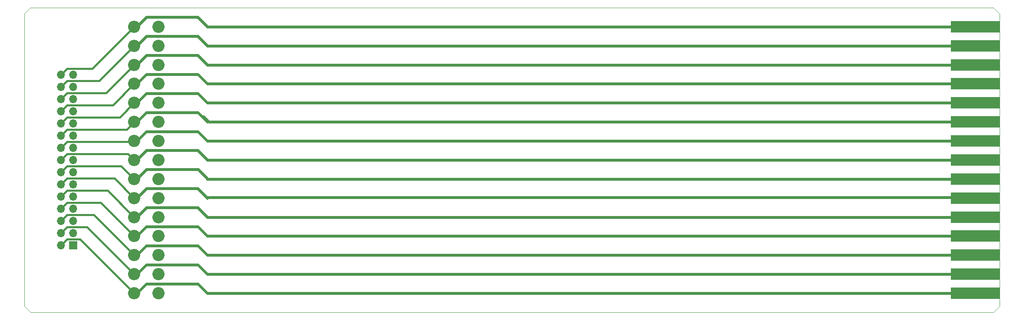
<source format=gbr>
%TF.GenerationSoftware,KiCad,Pcbnew,(5.1.9)-1*%
%TF.CreationDate,2021-03-18T23:59:30+01:00*%
%TF.ProjectId,extensioncard,65787465-6e73-4696-9f6e-636172642e6b,rev?*%
%TF.SameCoordinates,Original*%
%TF.FileFunction,Copper,L1,Top*%
%TF.FilePolarity,Positive*%
%FSLAX46Y46*%
G04 Gerber Fmt 4.6, Leading zero omitted, Abs format (unit mm)*
G04 Created by KiCad (PCBNEW (5.1.9)-1) date 2021-03-18 23:59:30*
%MOMM*%
%LPD*%
G01*
G04 APERTURE LIST*
%TA.AperFunction,Profile*%
%ADD10C,0.050000*%
%TD*%
%TA.AperFunction,ConnectorPad*%
%ADD11R,10.160000X2.381250*%
%TD*%
%TA.AperFunction,ComponentPad*%
%ADD12O,2.540000X2.540000*%
%TD*%
%TA.AperFunction,ComponentPad*%
%ADD13O,1.700000X1.700000*%
%TD*%
%TA.AperFunction,ComponentPad*%
%ADD14R,1.700000X1.700000*%
%TD*%
%TA.AperFunction,Conductor*%
%ADD15C,0.609600*%
%TD*%
%TA.AperFunction,Conductor*%
%ADD16C,0.406400*%
%TD*%
G04 APERTURE END LIST*
D10*
X241300000Y-71120000D02*
X241300000Y-132080000D01*
X240030000Y-69850000D02*
X241300000Y-71120000D01*
X39370000Y-69850000D02*
X240030000Y-69850000D01*
X38100000Y-71120000D02*
X39370000Y-69850000D01*
X38100000Y-132080000D02*
X38100000Y-71120000D01*
X39370000Y-133350000D02*
X38100000Y-132080000D01*
X240030000Y-133350000D02*
X39370000Y-133350000D01*
X241300000Y-132080000D02*
X240030000Y-133350000D01*
D11*
%TO.P,J1,A*%
%TO.N,/PINA*%
X236220000Y-73818750D03*
%TO.P,J1,B*%
%TO.N,/PINB*%
X236220000Y-77787500D03*
%TO.P,J1,C*%
%TO.N,/PINC*%
X236220000Y-81756250D03*
%TO.P,J1,D*%
%TO.N,/PIND*%
X236220000Y-85725000D03*
%TO.P,J1,E*%
%TO.N,/PINE*%
X236220000Y-89693750D03*
%TO.P,J1,F*%
%TO.N,/PINF*%
X236220000Y-93662500D03*
%TO.P,J1,H*%
%TO.N,/PINH*%
X236220000Y-97631250D03*
%TO.P,J1,J*%
%TO.N,/PINJ*%
X236220000Y-101600000D03*
%TO.P,J1,K*%
%TO.N,/PINK*%
X236220000Y-105568750D03*
%TO.P,J1,L*%
%TO.N,/PINL*%
X236220000Y-109537500D03*
%TO.P,J1,M*%
%TO.N,/PINM*%
X236220000Y-113506250D03*
%TO.P,J1,N*%
%TO.N,/PINN*%
X236220000Y-117475000D03*
%TO.P,J1,P*%
%TO.N,/PINP*%
X236220000Y-121443750D03*
%TO.P,J1,R*%
%TO.N,/PINR*%
X236220000Y-125412500D03*
%TO.P,J1,S*%
%TO.N,/PINS*%
X236220000Y-129381250D03*
%TD*%
D12*
%TO.P,J2,S*%
%TO.N,/PINS*%
X60960000Y-129381250D03*
%TO.P,J2,R*%
%TO.N,/PINR*%
X60960000Y-125412500D03*
%TO.P,J2,P*%
%TO.N,/PINP*%
X60960000Y-121443750D03*
%TO.P,J2,N*%
%TO.N,/PINN*%
X60960000Y-117475000D03*
%TO.P,J2,M*%
%TO.N,/PINM*%
X60960000Y-113506250D03*
%TO.P,J2,L*%
%TO.N,/PINL*%
X60960000Y-109537500D03*
%TO.P,J2,K*%
%TO.N,/PINK*%
X60960000Y-105568750D03*
%TO.P,J2,J*%
%TO.N,/PINJ*%
X60960000Y-101600000D03*
%TO.P,J2,H*%
%TO.N,/PINH*%
X60960000Y-97631250D03*
%TO.P,J2,F*%
%TO.N,/PINF*%
X60960000Y-93662500D03*
%TO.P,J2,E*%
%TO.N,/PINE*%
X60960000Y-89693750D03*
%TO.P,J2,D*%
%TO.N,/PIND*%
X60960000Y-85725000D03*
%TO.P,J2,C*%
%TO.N,/PINC*%
X60960000Y-81756250D03*
%TO.P,J2,B*%
%TO.N,/PINB*%
X60960000Y-77787500D03*
%TO.P,J2,A*%
%TO.N,/PINA*%
X60960000Y-73818750D03*
%TO.P,J2,15*%
%TO.N,/PIN15*%
X66040000Y-129381250D03*
%TO.P,J2,14*%
%TO.N,/PIN14*%
X66040000Y-125412500D03*
%TO.P,J2,13*%
%TO.N,/PIN13*%
X66040000Y-121443750D03*
%TO.P,J2,12*%
%TO.N,/PIN12*%
X66040000Y-117475000D03*
%TO.P,J2,11*%
%TO.N,/PIN11*%
X66040000Y-113506250D03*
%TO.P,J2,10*%
%TO.N,/PIN10*%
X66040000Y-109537500D03*
%TO.P,J2,9*%
%TO.N,/PIN9*%
X66040000Y-105568750D03*
%TO.P,J2,8*%
%TO.N,/PIN8*%
X66040000Y-101600000D03*
%TO.P,J2,7*%
%TO.N,/PIN7*%
X66040000Y-97631250D03*
%TO.P,J2,6*%
%TO.N,/PIN6*%
X66040000Y-93662500D03*
%TO.P,J2,5*%
%TO.N,/PIN5*%
X66040000Y-89693750D03*
%TO.P,J2,4*%
%TO.N,/PIN4*%
X66040000Y-85725000D03*
%TO.P,J2,3*%
%TO.N,/PIN3*%
X66040000Y-81756250D03*
%TO.P,J2,2*%
%TO.N,/PIN2*%
X66040000Y-77787500D03*
%TO.P,J2,1*%
%TO.N,/PIN1*%
X66040000Y-73818750D03*
%TD*%
D13*
%TO.P,J3,30*%
%TO.N,/PINA*%
X45720000Y-83820000D03*
%TO.P,J3,29*%
%TO.N,/PIN1*%
X48260000Y-83820000D03*
%TO.P,J3,28*%
%TO.N,/PINB*%
X45720000Y-86360000D03*
%TO.P,J3,27*%
%TO.N,/PIN2*%
X48260000Y-86360000D03*
%TO.P,J3,26*%
%TO.N,/PINC*%
X45720000Y-88900000D03*
%TO.P,J3,25*%
%TO.N,/PIN3*%
X48260000Y-88900000D03*
%TO.P,J3,24*%
%TO.N,/PIND*%
X45720000Y-91440000D03*
%TO.P,J3,23*%
%TO.N,/PIN4*%
X48260000Y-91440000D03*
%TO.P,J3,22*%
%TO.N,/PINE*%
X45720000Y-93980000D03*
%TO.P,J3,21*%
%TO.N,/PIN5*%
X48260000Y-93980000D03*
%TO.P,J3,20*%
%TO.N,/PINF*%
X45720000Y-96520000D03*
%TO.P,J3,19*%
%TO.N,/PIN6*%
X48260000Y-96520000D03*
%TO.P,J3,18*%
%TO.N,/PINH*%
X45720000Y-99060000D03*
%TO.P,J3,17*%
%TO.N,/PIN7*%
X48260000Y-99060000D03*
%TO.P,J3,16*%
%TO.N,/PINJ*%
X45720000Y-101600000D03*
%TO.P,J3,15*%
%TO.N,/PIN8*%
X48260000Y-101600000D03*
%TO.P,J3,14*%
%TO.N,/PINK*%
X45720000Y-104140000D03*
%TO.P,J3,13*%
%TO.N,/PIN9*%
X48260000Y-104140000D03*
%TO.P,J3,12*%
%TO.N,/PINL*%
X45720000Y-106680000D03*
%TO.P,J3,11*%
%TO.N,/PIN10*%
X48260000Y-106680000D03*
%TO.P,J3,10*%
%TO.N,/PINM*%
X45720000Y-109220000D03*
%TO.P,J3,9*%
%TO.N,/PIN11*%
X48260000Y-109220000D03*
%TO.P,J3,8*%
%TO.N,/PINN*%
X45720000Y-111760000D03*
%TO.P,J3,7*%
%TO.N,/PIN12*%
X48260000Y-111760000D03*
%TO.P,J3,6*%
%TO.N,/PINP*%
X45720000Y-114300000D03*
%TO.P,J3,5*%
%TO.N,/PIN13*%
X48260000Y-114300000D03*
%TO.P,J3,4*%
%TO.N,/PINR*%
X45720000Y-116840000D03*
%TO.P,J3,3*%
%TO.N,/PIN14*%
X48260000Y-116840000D03*
%TO.P,J3,2*%
%TO.N,/PINS*%
X45720000Y-119380000D03*
D14*
%TO.P,J3,1*%
%TO.N,/PIN15*%
X48260000Y-119380000D03*
%TD*%
D15*
%TO.N,/PINS*%
X60960000Y-129381250D02*
X61515625Y-129381250D01*
X61515625Y-129381250D02*
X63500000Y-127396875D01*
X63500000Y-127396875D02*
X74215625Y-127396875D01*
X74215625Y-127396875D02*
X76200000Y-129381250D01*
D16*
X49688750Y-118110000D02*
X60960000Y-129381250D01*
X46990000Y-118110000D02*
X49688750Y-118110000D01*
X45720000Y-119380000D02*
X46990000Y-118110000D01*
D15*
X76200000Y-129381250D02*
X236220000Y-129381250D01*
%TO.N,/PINR*%
X60960000Y-125412500D02*
X61515625Y-125412500D01*
X61515625Y-125412500D02*
X63500000Y-123428125D01*
X63500000Y-123428125D02*
X74215625Y-123428125D01*
X74215625Y-123428125D02*
X76200000Y-125412500D01*
D16*
X51117500Y-115570000D02*
X60960000Y-125412500D01*
X46990000Y-115570000D02*
X51117500Y-115570000D01*
X45720000Y-116840000D02*
X46990000Y-115570000D01*
D15*
X76200000Y-125412500D02*
X236220000Y-125412500D01*
%TO.N,/PINP*%
X60960000Y-121443750D02*
X61515625Y-121443750D01*
X61515625Y-121443750D02*
X63500000Y-119459375D01*
X63500000Y-119459375D02*
X74215625Y-119459375D01*
X74215625Y-119459375D02*
X76200000Y-121443750D01*
D16*
X52546250Y-113030000D02*
X60960000Y-121443750D01*
X46990000Y-113030000D02*
X52546250Y-113030000D01*
X45720000Y-114300000D02*
X46990000Y-113030000D01*
D15*
X235743750Y-121920000D02*
X236220000Y-121443750D01*
X76200000Y-121443750D02*
X236220000Y-121443750D01*
%TO.N,/PINN*%
X60960000Y-117475000D02*
X60960000Y-117395625D01*
X60960000Y-117475000D02*
X61515625Y-117475000D01*
X61515625Y-117475000D02*
X63500000Y-115490625D01*
X63500000Y-115490625D02*
X74215625Y-115490625D01*
X74215625Y-115490625D02*
X76200000Y-117475000D01*
D16*
X53975000Y-110490000D02*
X60960000Y-117475000D01*
X46990000Y-110490000D02*
X53975000Y-110490000D01*
X45720000Y-111760000D02*
X46990000Y-110490000D01*
D15*
X76200000Y-117475000D02*
X236220000Y-117475000D01*
%TO.N,/PINM*%
X60960000Y-113506250D02*
X61515625Y-113506250D01*
X61515625Y-113506250D02*
X63500000Y-111521875D01*
X63500000Y-111521875D02*
X74215625Y-111521875D01*
X74215625Y-111521875D02*
X76200000Y-113506250D01*
D16*
X55403750Y-107950000D02*
X60960000Y-113506250D01*
X46990000Y-107950000D02*
X55403750Y-107950000D01*
X45720000Y-109220000D02*
X46990000Y-107950000D01*
D15*
X76200000Y-113506250D02*
X236220000Y-113506250D01*
%TO.N,/PINL*%
X60960000Y-109537500D02*
X61515625Y-109537500D01*
X61515625Y-109537500D02*
X63500000Y-107553125D01*
X63500000Y-107553125D02*
X74215625Y-107553125D01*
D16*
X56832500Y-105410000D02*
X60960000Y-109537500D01*
X46990000Y-105410000D02*
X56832500Y-105410000D01*
X45720000Y-106680000D02*
X46990000Y-105410000D01*
D15*
X236061250Y-109378750D02*
X236220000Y-109537500D01*
X76041250Y-109378750D02*
X236061250Y-109378750D01*
X74215625Y-107553125D02*
X76041250Y-109378750D01*
X76041250Y-109378750D02*
X76200000Y-109537500D01*
%TO.N,/PINK*%
X60960000Y-105568750D02*
X61515625Y-105568750D01*
X61515625Y-105568750D02*
X63500000Y-103584375D01*
X76200000Y-105489375D02*
X74295000Y-103584375D01*
X76200000Y-105568750D02*
X76200000Y-105489375D01*
X63500000Y-103584375D02*
X74295000Y-103584375D01*
D16*
X58261250Y-102870000D02*
X60960000Y-105568750D01*
X46990000Y-102870000D02*
X58261250Y-102870000D01*
X45720000Y-104140000D02*
X46990000Y-102870000D01*
D15*
X76200000Y-105568750D02*
X236220000Y-105568750D01*
%TO.N,/PINJ*%
X60960000Y-101600000D02*
X61515625Y-101600000D01*
X61515625Y-101600000D02*
X63500000Y-99615625D01*
X63500000Y-99615625D02*
X74215625Y-99615625D01*
X74215625Y-99615625D02*
X76200000Y-101600000D01*
D16*
X59690000Y-100330000D02*
X60960000Y-101600000D01*
X46990000Y-100330000D02*
X59690000Y-100330000D01*
X45720000Y-101600000D02*
X46990000Y-100330000D01*
D15*
X76200000Y-101600000D02*
X236220000Y-101600000D01*
%TO.N,/PINH*%
X60960000Y-97631250D02*
X61515625Y-97631250D01*
X61515625Y-97631250D02*
X63500000Y-95646875D01*
X63500000Y-95646875D02*
X74215625Y-95646875D01*
X74215625Y-95646875D02*
X76200000Y-97631250D01*
D16*
X60801250Y-97790000D02*
X60960000Y-97631250D01*
X46990000Y-97790000D02*
X60801250Y-97790000D01*
X45720000Y-99060000D02*
X46990000Y-97790000D01*
D15*
X76200000Y-97631250D02*
X236220000Y-97631250D01*
%TO.N,/PINF*%
X60960000Y-93662500D02*
X61515625Y-93662500D01*
X61515625Y-93662500D02*
X63500000Y-91678125D01*
X63500000Y-91678125D02*
X74215625Y-91678125D01*
D16*
X59372500Y-95250000D02*
X60960000Y-93662500D01*
X46990000Y-95250000D02*
X59372500Y-95250000D01*
X45720000Y-96520000D02*
X46990000Y-95250000D01*
D15*
X236220000Y-93662500D02*
X76517500Y-93662500D01*
X76517500Y-93662500D02*
X75406250Y-92551250D01*
X75088750Y-92551250D02*
X76200000Y-93662500D01*
X75406250Y-92551250D02*
X75088750Y-92551250D01*
X74215625Y-91678125D02*
X75088750Y-92551250D01*
%TO.N,/PINE*%
X60960000Y-89693750D02*
X61515625Y-89693750D01*
X61515625Y-89693750D02*
X63500000Y-87709375D01*
X63500000Y-87709375D02*
X74215625Y-87709375D01*
X74215625Y-87709375D02*
X76200000Y-89693750D01*
D16*
X57943750Y-92710000D02*
X60960000Y-89693750D01*
X46990000Y-92710000D02*
X57943750Y-92710000D01*
X45720000Y-93980000D02*
X46990000Y-92710000D01*
D15*
X236220000Y-89693750D02*
X80803750Y-89693750D01*
X80803750Y-89693750D02*
X82550000Y-89693750D01*
X76200000Y-89693750D02*
X80803750Y-89693750D01*
%TO.N,/PIND*%
X60960000Y-85725000D02*
X61515625Y-85725000D01*
X61515625Y-85725000D02*
X63500000Y-83740625D01*
X63500000Y-83740625D02*
X74215625Y-83740625D01*
X74215625Y-83740625D02*
X76200000Y-85725000D01*
D16*
X56515000Y-90170000D02*
X60960000Y-85725000D01*
X46990000Y-90170000D02*
X56515000Y-90170000D01*
X45720000Y-91440000D02*
X46990000Y-90170000D01*
D15*
X236220000Y-85725000D02*
X80645000Y-85725000D01*
X80645000Y-85725000D02*
X82550000Y-85725000D01*
X76200000Y-85725000D02*
X80645000Y-85725000D01*
%TO.N,/PINC*%
X60960000Y-81756250D02*
X61515625Y-81756250D01*
X61515625Y-81756250D02*
X63500000Y-79771875D01*
X63500000Y-79771875D02*
X74215625Y-79771875D01*
X74215625Y-79771875D02*
X76200000Y-81756250D01*
D16*
X55086250Y-87630000D02*
X60960000Y-81756250D01*
X46990000Y-87630000D02*
X55086250Y-87630000D01*
X45720000Y-88900000D02*
X46990000Y-87630000D01*
D15*
X236220000Y-81756250D02*
X81756250Y-81756250D01*
X81756250Y-81756250D02*
X82550000Y-81756250D01*
X76200000Y-81756250D02*
X81756250Y-81756250D01*
%TO.N,/PINB*%
X60960000Y-77787500D02*
X61515625Y-77787500D01*
X61515625Y-77787500D02*
X63500000Y-75803125D01*
X74215625Y-75803125D02*
X76200000Y-77787500D01*
X63500000Y-75803125D02*
X74215625Y-75803125D01*
D16*
X53657500Y-85090000D02*
X60960000Y-77787500D01*
X46990000Y-85090000D02*
X53657500Y-85090000D01*
X45720000Y-86360000D02*
X46990000Y-85090000D01*
D15*
X236220000Y-77787500D02*
X80962500Y-77787500D01*
X80962500Y-77787500D02*
X76200000Y-77787500D01*
X82550000Y-77787500D02*
X80962500Y-77787500D01*
%TO.N,/PINA*%
X60960000Y-73818750D02*
X61515625Y-73818750D01*
X61515625Y-73818750D02*
X63500000Y-71834375D01*
X63500000Y-71834375D02*
X74215625Y-71834375D01*
X74215625Y-71834375D02*
X76200000Y-73818750D01*
D16*
X52228750Y-82550000D02*
X60960000Y-73818750D01*
X46990000Y-82550000D02*
X52228750Y-82550000D01*
X45720000Y-83820000D02*
X46990000Y-82550000D01*
D15*
X81438750Y-73818750D02*
X82550000Y-73818750D01*
X236220000Y-73818750D02*
X81438750Y-73818750D01*
X76200000Y-73818750D02*
X81438750Y-73818750D01*
%TD*%
M02*

</source>
